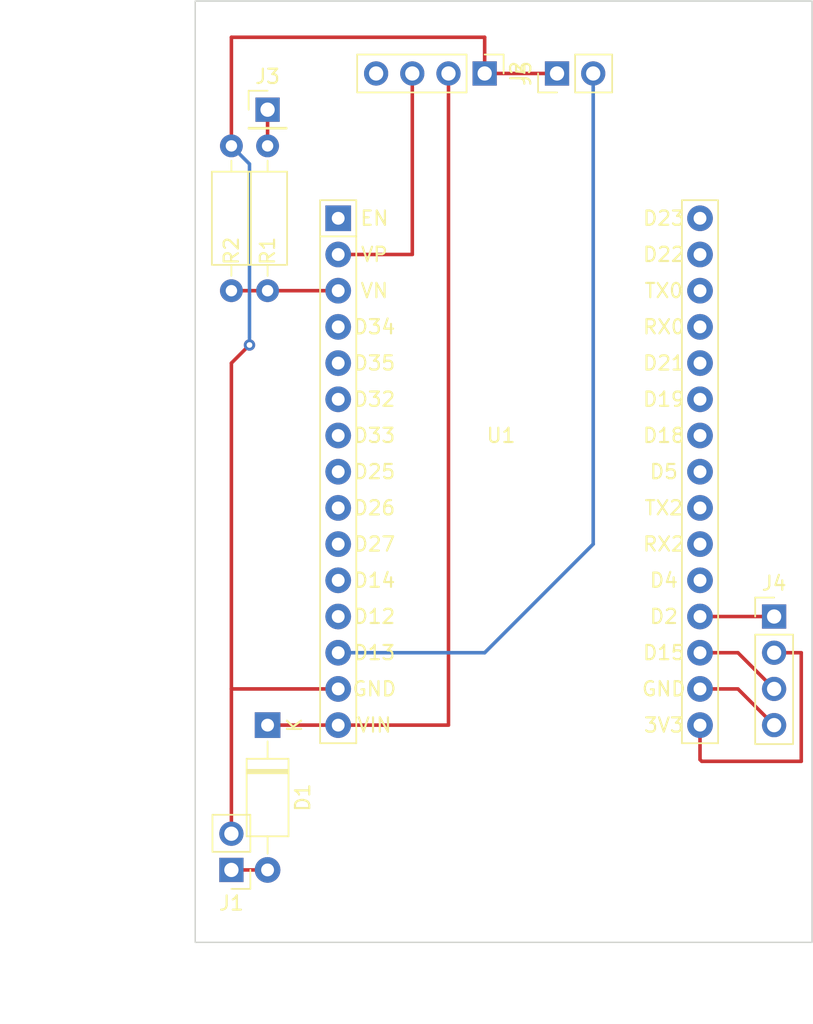
<source format=kicad_pcb>
(kicad_pcb (version 20211014) (generator pcbnew)
  (layers (0 "F.Cu" signal) (31 "B.Cu" signal) (34 "B.Paste" user) (35 "F.Paste" user) (36 "B.SilkS" user "B.Silkscreen") (37 "F.SilkS" user "F.Silkscreen") (38 "B.Mask" user) (39 "F.Mask" user) (44 "Edge.Cuts" user))
  (net 0 "")
  (net 1 "Net-(D1-Pad1)")
  (net 2 "Net-(D1-Pad2)")
  (net 3 "Net-(J1-Pad2)")
  (net 5 "Net-(J3-Pad1)")
  (net 6 "Net-(U1-Pad19)")
  (net 7 "Net-(U1-Pad16)")
  (net 8 "Net-(U1-Pad18)")
  (net 9 "Net-(J5-Pad2)")
  (net 10 "Net-(U1-Pad17)")
  (net 32 "Net-(J2-Pad3)")
  (net 33 "Net-(R1-Pad2)")
  (footprint "Resistor_THT:R_Axial_DIN0207_L6.3mm_D2.5mm_P10.16mm_Horizontal" (layer "F.Cu") (at 144.78 53.34 -90)
    (fp_text reference "R1" (at 7.366 0 90) (layer "F.SilkS"))
    (fp_text value "180K")
    (fp_line (start 8.35 -1.37) (end 1.81 -1.37) (layer "F.SilkS") (width 0.12))
    (fp_line (start 1.81 1.37) (end 8.35 1.37) (layer "F.SilkS") (width 0.12))
    (fp_line (start 1.04 0) (end 1.81 0) (layer "F.SilkS") (width 0.12))
    (fp_line (start 1.81 -1.37) (end 1.81 1.37) (layer "F.SilkS") (width 0.12))
    (fp_line (start 9.12 0) (end 8.35 0) (layer "F.SilkS") (width 0.12))
    (fp_line (start 8.35 1.37) (end 8.35 -1.37) (layer "F.SilkS") (width 0.12))
    (pad "1" thru_hole circle (at 0 0 270) (size 1.6 1.6) (drill 0.8) (layers *.Cu *.Mask) (net 5 "Net-(J3-Pad1)"))
    (pad "2" thru_hole oval (at 10.16 0 270) (size 1.6 1.6) (drill 0.8) (layers *.Cu *.Mask) (net 33 "Net-(R1-Pad2)"))
  )
  (footprint "Diode_THT:D_A-405_P10.16mm_Horizontal" (layer "F.Cu") (at 144.78 93.98 -90)
    (fp_text reference "D1" (at 5.08 -2.47 90) (layer "F.SilkS"))
    (fp_text value "D")
    (fp_text user "K" (at 0 -1.9 90) (layer "F.SilkS"))
    (fp_line (start 3.26 -1.47) (end 3.26 1.47) (layer "F.SilkS") (width 0.12))
    (fp_line (start 7.8 1.47) (end 7.8 -1.47) (layer "F.SilkS") (width 0.12))
    (fp_line (start 2.36 1.47) (end 7.8 1.47) (layer "F.SilkS") (width 0.12))
    (fp_line (start 7.8 -1.47) (end 2.36 -1.47) (layer "F.SilkS") (width 0.12))
    (fp_line (start 1.14 0) (end 2.36 0) (layer "F.SilkS") (width 0.12))
    (fp_line (start 3.14 -1.47) (end 3.14 1.47) (layer "F.SilkS") (width 0.12))
    (fp_line (start 2.36 -1.47) (end 2.36 1.47) (layer "F.SilkS") (width 0.12))
    (fp_line (start 3.38 -1.47) (end 3.38 1.47) (layer "F.SilkS") (width 0.12))
    (fp_line (start 9.02 0) (end 7.8 0) (layer "F.SilkS") (width 0.12))
    (pad "1" thru_hole rect (at 0 0 270) (size 1.8 1.8) (drill 0.9) (layers *.Cu *.Mask) (net 1 "Net-(D1-Pad1)"))
    (pad "2" thru_hole oval (at 10.16 0 270) (size 1.8 1.8) (drill 0.9) (layers *.Cu *.Mask) (net 2 "Net-(D1-Pad2)"))
  )
  (footprint "Node_mcu:NodeMCU_SBC" (layer "F.Cu") (at 149.7375 58.42)
    (fp_text reference "U1" (at 11.43 15.24) (layer "F.SilkS"))
    (fp_text value "NodeMCU_ESP32")
    (fp_text user "D26" (at 2.54 20.32) (layer "F.SilkS"))
    (fp_text user "EN" (at 2.54 0) (layer "F.SilkS"))
    (fp_text user "TX0" (at 22.86 5.08) (layer "F.SilkS"))
    (fp_text user "D2" (at 22.86 27.94) (layer "F.SilkS"))
    (fp_text user "VIN" (at 2.54 35.56) (layer "F.SilkS"))
    (fp_text user "TX2" (at 22.86 20.32) (layer "F.SilkS"))
    (fp_text user "D18" (at 22.86 15.24) (layer "F.SilkS"))
    (fp_text user "GND" (at 22.86 33.02) (layer "F.SilkS"))
    (fp_text user "D23" (at 22.86 0) (layer "F.SilkS"))
    (fp_text user "D25" (at 2.54 17.78) (layer "F.SilkS"))
    (fp_text user "D14" (at 2.54 25.4) (layer "F.SilkS"))
    (fp_text user "3V3" (at 22.86 35.56) (layer "F.SilkS"))
    (fp_text user "D19" (at 22.86 12.7) (layer "F.SilkS"))
    (fp_text user "D34" (at 2.54 7.62) (layer "F.SilkS"))
    (fp_text user "D35" (at 2.54 10.16) (layer "F.SilkS"))
    (fp_text user "D22" (at 22.86 2.54) (layer "F.SilkS"))
    (fp_text user "D21" (at 22.86 10.16) (layer "F.SilkS"))
    (fp_text user "RX2" (at 22.86 22.86) (layer "F.SilkS"))
    (fp_text user "D4" (at 22.86 25.4) (layer "F.SilkS"))
    (fp_text user "D12" (at 2.54 27.94) (layer "F.SilkS"))
    (fp_text user "D33" (at 2.54 15.24) (layer "F.SilkS"))
    (fp_text user "D32" (at 2.54 12.7) (layer "F.SilkS"))
    (fp_text user "D15" (at 22.86 30.48) (layer "F.SilkS"))
    (fp_text user "D5" (at 22.86 17.78) (layer "F.SilkS"))
    (fp_text user "GND" (at 2.54 33.02) (layer "F.SilkS"))
    (fp_text user "D13" (at 2.54 30.48) (layer "F.SilkS"))
    (fp_text user "VN" (at 2.54 5.08) (layer "F.SilkS"))
    (fp_text user "D27" (at 2.54 22.86) (layer "F.SilkS"))
    (fp_text user "RX0" (at 22.86 7.62) (layer "F.SilkS"))
    (fp_text user "VP" (at 2.54 2.54) (layer "F.SilkS"))
    (fp_line (start 24.13 -1.27) (end 24.13 36.83) (layer "F.SilkS") (width 0.12))
    (fp_line (start 1.27 36.83) (end 1.27 -1.27) (layer "F.SilkS") (width 0.12))
    (fp_line (start 24.13 36.83) (end 26.67 36.83) (layer "F.SilkS") (width 0.12))
    (fp_line (start -1.27 -1.27) (end -1.27 36.83) (layer "F.SilkS") (width 0.12))
    (fp_line (start 1.27 -1.27) (end -1.27 -1.27) (layer "F.SilkS") (width 0.12))
    (fp_line (start 26.67 36.83) (end 26.67 -1.27) (layer "F.SilkS") (width 0.12))
    (fp_line (start 1.27 1.27) (end -1.27 1.27) (layer "F.SilkS") (width 0.12))
    (fp_line (start -1.27 36.83) (end 1.27 36.83) (layer "F.SilkS") (width 0.12))
    (fp_line (start 26.67 -1.27) (end 24.13 -1.27) (layer "F.SilkS") (width 0.12))
    (pad "" np_thru_hole circle (at 25.3475 -4.25) (size 3.2 3.2) (drill 3.2) (layers *.Cu *.Mask))
    (pad "" np_thru_hole circle (at 25.3475 43.18) (size 3.2 3.2) (drill 3.2) (layers *.Cu *.Mask))
    (pad "" np_thru_hole circle (at 0.1125 43.18) (size 3.2 3.2) (drill 3.2) (layers *.Cu *.Mask))
    (pad "" np_thru_hole circle (at 0.0625 -4.25) (size 3.2 3.2) (drill 3.2) (layers *.Cu *.Mask))
    (pad "1" thru_hole rect (at 0 0) (size 1.8 1.8) (drill 0.9) (layers *.Cu *.Mask))
    (pad "2" thru_hole circle (at 0 2.54) (size 1.8 1.8) (drill 0.9) (layers *.Cu *.Mask) (net 32 "Net-(J2-Pad3)"))
    (pad "3" thru_hole circle (at 0 5.08) (size 1.8 1.8) (drill 0.9) (layers *.Cu *.Mask) (net 33 "Net-(R1-Pad2)"))
    (pad "4" thru_hole circle (at 0 7.62) (size 1.8 1.8) (drill 0.9) (layers *.Cu *.Mask))
    (pad "5" thru_hole circle (at 0 10.16) (size 1.8 1.8) (drill 0.9) (layers *.Cu *.Mask))
    (pad "6" thru_hole circle (at 0 12.7) (size 1.8 1.8) (drill 0.9) (layers *.Cu *.Mask))
    (pad "7" thru_hole circle (at 0 15.24) (size 1.8 1.8) (drill 0.9) (layers *.Cu *.Mask))
    (pad "8" thru_hole circle (at 0 17.78) (size 1.8 1.8) (drill 0.9) (layers *.Cu *.Mask))
    (pad "9" thru_hole circle (at 0 20.32) (size 1.8 1.8) (drill 0.9) (layers *.Cu *.Mask))
    (pad "10" thru_hole circle (at 0 22.86) (size 1.8 1.8) (drill 0.9) (layers *.Cu *.Mask))
    (pad "11" thru_hole circle (at 0 25.4) (size 1.8 1.8) (drill 0.9) (layers *.Cu *.Mask))
    (pad "12" thru_hole circle (at 0 27.94) (size 1.8 1.8) (drill 0.9) (layers *.Cu *.Mask))
    (pad "13" thru_hole circle (at 0 30.48) (size 1.8 1.8) (drill 0.9) (layers *.Cu *.Mask) (net 9 "Net-(J5-Pad2)"))
    (pad "14" thru_hole circle (at 0 33.02) (size 1.8 1.8) (drill 0.9) (layers *.Cu *.Mask) (net 3 "Net-(J1-Pad2)"))
    (pad "15" thru_hole circle (at 0 35.56) (size 1.8 1.8) (drill 0.9) (layers *.Cu *.Mask) (net 1 "Net-(D1-Pad1)"))
    (pad "16" thru_hole circle (at 25.4 35.56) (size 1.8 1.8) (drill 0.9) (layers *.Cu *.Mask) (net 7 "Net-(U1-Pad16)"))
    (pad "17" thru_hole circle (at 25.4 33.02) (size 1.8 1.8) (drill 0.9) (layers *.Cu *.Mask) (net 10 "Net-(U1-Pad17)"))
    (pad "18" thru_hole circle (at 25.4 30.48) (size 1.8 1.8) (drill 0.9) (layers *.Cu *.Mask) (net 8 "Net-(U1-Pad18)"))
    (pad "19" thru_hole circle (at 25.4 27.94) (size 1.8 1.8) (drill 0.9) (layers *.Cu *.Mask) (net 6 "Net-(U1-Pad19)"))
    (pad "20" thru_hole circle (at 25.4 25.4) (size 1.8 1.8) (drill 0.9) (layers *.Cu *.Mask))
    (pad "21" thru_hole circle (at 25.4 22.86) (size 1.8 1.8) (drill 0.9) (layers *.Cu *.Mask))
    (pad "22" thru_hole circle (at 25.4 20.32) (size 1.8 1.8) (drill 0.9) (layers *.Cu *.Mask))
    (pad "23" thru_hole circle (at 25.4 17.78) (size 1.8 1.8) (drill 0.9) (layers *.Cu *.Mask))
    (pad "24" thru_hole circle (at 25.4 15.24) (size 1.8 1.8) (drill 0.9) (layers *.Cu *.Mask))
    (pad "25" thru_hole circle (at 25.4 12.7) (size 1.8 1.8) (drill 0.9) (layers *.Cu *.Mask))
    (pad "26" thru_hole circle (at 25.4 10.16) (size 1.8 1.8) (drill 0.9) (layers *.Cu *.Mask))
    (pad "27" thru_hole circle (at 25.4 7.62) (size 1.8 1.8) (drill 0.9) (layers *.Cu *.Mask))
    (pad "28" thru_hole circle (at 25.4 5.08) (size 1.8 1.8) (drill 0.9) (layers *.Cu *.Mask))
    (pad "29" thru_hole circle (at 25.4 2.54) (size 1.8 1.8) (drill 0.9) (layers *.Cu *.Mask))
    (pad "30" thru_hole circle (at 25.4 0) (size 1.8 1.8) (drill 0.9) (layers *.Cu *.Mask))
  )
  (footprint "Resistor_THT:R_Axial_DIN0207_L6.3mm_D2.5mm_P10.16mm_Horizontal" (layer "F.Cu") (at 142.24 63.5 90)
    (fp_text reference "R2" (at 2.794 0 90) (layer "F.SilkS"))
    (fp_text value "12K")
    (fp_line (start 8.35 1.37) (end 8.35 -1.37) (layer "F.SilkS") (width 0.12))
    (fp_line (start 1.81 -1.37) (end 1.81 1.37) (layer "F.SilkS") (width 0.12))
    (fp_line (start 1.04 0) (end 1.81 0) (layer "F.SilkS") (width 0.12))
    (fp_line (start 8.35 -1.37) (end 1.81 -1.37) (layer "F.SilkS") (width 0.12))
    (fp_line (start 1.81 1.37) (end 8.35 1.37) (layer "F.SilkS") (width 0.12))
    (fp_line (start 9.12 0) (end 8.35 0) (layer "F.SilkS") (width 0.12))
    (pad "1" thru_hole circle (at 0 0 90) (size 1.6 1.6) (drill 0.8) (layers *.Cu *.Mask) (net 33 "Net-(R1-Pad2)"))
    (pad "2" thru_hole oval (at 10.16 0 90) (size 1.6 1.6) (drill 0.8) (layers *.Cu *.Mask) (net 3 "Net-(J1-Pad2)"))
  )
  (footprint "Connector_PinHeader_2.54mm:PinHeader_1x04_P2.54mm_Vertical" (layer "F.Cu") (at 180.34 86.36)
    (fp_text reference "J4" (at 0 -2.33) (layer "F.SilkS"))
    (fp_text value "Conn_I2C")
    (fp_line (start -1.33 1.27) (end -1.33 8.95) (layer "F.SilkS") (width 0.12))
    (fp_line (start -1.33 8.95) (end 1.33 8.95) (layer "F.SilkS") (width 0.12))
    (fp_line (start -1.33 0) (end -1.33 -1.33) (layer "F.SilkS") (width 0.12))
    (fp_line (start 1.33 1.27) (end 1.33 8.95) (layer "F.SilkS") (width 0.12))
    (fp_line (start -1.33 -1.33) (end 0 -1.33) (layer "F.SilkS") (width 0.12))
    (fp_line (start -1.33 1.27) (end 1.33 1.27) (layer "F.SilkS") (width 0.12))
    (pad "1" thru_hole rect (at 0 0) (size 1.7 1.7) (drill 1) (layers *.Cu *.Mask) (net 6 "Net-(U1-Pad19)"))
    (pad "2" thru_hole oval (at 0 2.54) (size 1.7 1.7) (drill 1) (layers *.Cu *.Mask) (net 7 "Net-(U1-Pad16)"))
    (pad "3" thru_hole oval (at 0 5.08) (size 1.7 1.7) (drill 1) (layers *.Cu *.Mask) (net 8 "Net-(U1-Pad18)"))
    (pad "4" thru_hole oval (at 0 7.62) (size 1.7 1.7) (drill 1) (layers *.Cu *.Mask) (net 10 "Net-(U1-Pad17)"))
  )
  (footprint "Connector_PinHeader_2.54mm:PinHeader_1x01_P2.54mm_Vertical" (layer "F.Cu") (at 144.78 50.8)
    (fp_text reference "J3" (at 0 -2.33) (layer "F.SilkS"))
    (fp_text value "Conn_battery")
    (fp_line (start -1.33 -1.33) (end 0 -1.33) (layer "F.SilkS") (width 0.12))
    (fp_line (start 1.33 1.27) (end 1.33 1.33) (layer "F.SilkS") (width 0.12))
    (fp_line (start -1.33 1.27) (end -1.33 1.33) (layer "F.SilkS") (width 0.12))
    (fp_line (start -1.33 1.33) (end 1.33 1.33) (layer "F.SilkS") (width 0.12))
    (fp_line (start -1.33 1.27) (end 1.33 1.27) (layer "F.SilkS") (width 0.12))
    (fp_line (start -1.33 0) (end -1.33 -1.33) (layer "F.SilkS") (width 0.12))
    (pad "1" thru_hole rect (at 0 0) (size 1.7 1.7) (drill 1) (layers *.Cu *.Mask) (net 5 "Net-(J3-Pad1)"))
  )
  (footprint "Connector_PinHeader_2.54mm:PinHeader_1x02_P2.54mm_Vertical" (layer "F.Cu") (at 142.24 104.14 180)
    (fp_text reference "J1" (at 0 -2.33) (layer "F.SilkS"))
    (fp_text value "Conn_alim")
    (fp_line (start -1.33 3.87) (end 1.33 3.87) (layer "F.SilkS") (width 0.12))
    (fp_line (start -1.33 1.27) (end -1.33 3.87) (layer "F.SilkS") (width 0.12))
    (fp_line (start -1.33 -1.33) (end 0 -1.33) (layer "F.SilkS") (width 0.12))
    (fp_line (start -1.33 1.27) (end 1.33 1.27) (layer "F.SilkS") (width 0.12))
    (fp_line (start 1.33 1.27) (end 1.33 3.87) (layer "F.SilkS") (width 0.12))
    (fp_line (start -1.33 0) (end -1.33 -1.33) (layer "F.SilkS") (width 0.12))
    (pad "1" thru_hole rect (at 0 0 180) (size 1.7 1.7) (drill 1) (layers *.Cu *.Mask) (net 2 "Net-(D1-Pad2)"))
    (pad "2" thru_hole oval (at 0 2.54 180) (size 1.7 1.7) (drill 1) (layers *.Cu *.Mask) (net 3 "Net-(J1-Pad2)"))
  )
  (footprint "Connector_PinHeader_2.54mm:PinHeader_1x02_P2.54mm_Vertical" (layer "F.Cu") (at 165.1 48.26 90)
    (fp_text reference "J5" (at 0 -2.33 90) (layer "F.SilkS"))
    (fp_text value "Conn_speed_sensor")
    (fp_line (start -1.33 0) (end -1.33 -1.33) (layer "F.SilkS") (width 0.12))
    (fp_line (start -1.33 1.27) (end 1.33 1.27) (layer "F.SilkS") (width 0.12))
    (fp_line (start -1.33 1.27) (end -1.33 3.87) (layer "F.SilkS") (width 0.12))
    (fp_line (start -1.33 -1.33) (end 0 -1.33) (layer "F.SilkS") (width 0.12))
    (fp_line (start 1.33 1.27) (end 1.33 3.87) (layer "F.SilkS") (width 0.12))
    (fp_line (start -1.33 3.87) (end 1.33 3.87) (layer "F.SilkS") (width 0.12))
    (pad "1" thru_hole rect (at 0 0 90) (size 1.7 1.7) (drill 1) (layers *.Cu *.Mask) (net 3 "Net-(J1-Pad2)"))
    (pad "2" thru_hole oval (at 0 2.54 90) (size 1.7 1.7) (drill 1) (layers *.Cu *.Mask) (net 9 "Net-(J5-Pad2)"))
  )
  (footprint "Connector_PinHeader_2.54mm:PinHeader_1x04_P2.54mm_Vertical" (layer "F.Cu") (at 160.02 48.26 -90)
    (fp_text reference "J2" (at 0 -2.33 90) (layer "F.SilkS"))
    (fp_text value "Conn_HSTS016L")
    (fp_line (start -1.33 0) (end -1.33 -1.33) (layer "F.SilkS") (width 0.12))
    (fp_line (start -1.33 -1.33) (end 0 -1.33) (layer "F.SilkS") (width 0.12))
    (fp_line (start -1.33 1.27) (end 1.33 1.27) (layer "F.SilkS") (width 0.12))
    (fp_line (start -1.33 1.27) (end -1.33 8.95) (layer "F.SilkS") (width 0.12))
    (fp_line (start 1.33 1.27) (end 1.33 8.95) (layer "F.SilkS") (width 0.12))
    (fp_line (start -1.33 8.95) (end 1.33 8.95) (layer "F.SilkS") (width 0.12))
    (pad "1" thru_hole rect (at 0 0 270) (size 1.7 1.7) (drill 1) (layers *.Cu *.Mask) (net 3 "Net-(J1-Pad2)"))
    (pad "2" thru_hole oval (at 0 2.54 270) (size 1.7 1.7) (drill 1) (layers *.Cu *.Mask) (net 1 "Net-(D1-Pad1)"))
    (pad "3" thru_hole oval (at 0 5.08 270) (size 1.7 1.7) (drill 1) (layers *.Cu *.Mask) (net 32 "Net-(J2-Pad3)"))
    (pad "4" thru_hole oval (at 0 7.62 270) (size 1.7 1.7) (drill 1) (layers *.Cu *.Mask))
  )
  (gr_rect (start 139.7 43.18) (end 183 109.22) (layer "Edge.Cuts") (width 0.1) (fill none))
  (segment (start 157.48 93.98) (end 157.48 48.26) (width 0.25) (layer "F.Cu") (net 1))
  (segment (start 144.78 93.98) (end 149.7375 93.98) (width 0.25) (layer "F.Cu") (net 1))
  (segment (start 149.7375 93.98) (end 157.48 93.98) (width 0.25) (layer "F.Cu") (net 1))
  (segment (start 142.24 104.14) (end 144.78 104.14) (width 0.25) (layer "F.Cu") (net 2))
  (segment (start 160.02 45.72) (end 160.02 48.26) (width 0.25) (layer "F.Cu") (net 3))
  (segment (start 142.24 91.44) (end 149.7375 91.44) (width 0.25) (layer "F.Cu") (net 3))
  (segment (start 142.24 53.34) (end 142.24 45.72) (width 0.25) (layer "F.Cu") (net 3))
  (segment (start 142.24 45.72) (end 160.02 45.72) (width 0.25) (layer "F.Cu") (net 3))
  (segment (start 160.02 48.26) (end 165.1 48.26) (width 0.25) (layer "F.Cu") (net 3))
  (segment (start 142.24 91.44) (end 142.24 68.58) (width 0.25) (layer "F.Cu") (net 3))
  (segment (start 142.24 101.6) (end 142.24 91.44) (width 0.25) (layer "F.Cu") (net 3))
  (segment (start 142.24 68.58) (end 143.51 67.31) (width 0.25) (layer "F.Cu") (net 3))
  (via (at 143.51 67.31) (size 0.8) (drill 0.4) (layers "F.Cu" "B.Cu") (net 3))
  (segment (start 143.51 54.61) (end 142.24 53.34) (width 0.25) (layer "B.Cu") (net 3))
  (segment (start 143.51 67.31) (end 143.51 54.61) (width 0.25) (layer "B.Cu") (net 3))
  (segment (start 144.78 50.8) (end 144.78 53.34) (width 0.25) (layer "F.Cu") (net 5))
  (segment (start 175.1375 86.36) (end 180.34 86.36) (width 0.25) (layer "F.Cu") (net 6))
  (segment (start 182.245 88.9) (end 180.34 88.9) (width 0.25) (layer "F.Cu") (net 7))
  (segment (start 182.245 96.52) (end 182.245 88.9) (width 0.25) (layer "F.Cu") (net 7))
  (segment (start 175.26 96.52) (end 175.1375 96.3975) (width 0.25) (layer "F.Cu") (net 7))
  (segment (start 175.26 96.52) (end 182.245 96.52) (width 0.25) (layer "F.Cu") (net 7))
  (segment (start 175.1375 96.3975) (end 175.1375 93.98) (width 0.25) (layer "F.Cu") (net 7))
  (segment (start 180.34 91.44) (end 177.8 88.9) (width 0.25) (layer "F.Cu") (net 8))
  (segment (start 177.8 88.9) (end 175.1375 88.9) (width 0.25) (layer "F.Cu") (net 8))
  (segment (start 160.02 88.9) (end 149.7375 88.9) (width 0.25) (layer "B.Cu") (net 9))
  (segment (start 167.64 81.28) (end 160.02 88.9) (width 0.25) (layer "B.Cu") (net 9))
  (segment (start 167.64 48.26) (end 167.64 81.28) (width 0.25) (layer "B.Cu") (net 9))
  (segment (start 180.34 93.98) (end 177.8 91.44) (width 0.25) (layer "F.Cu") (net 10))
  (segment (start 177.8 91.44) (end 175.1375 91.44) (width 0.25) (layer "F.Cu") (net 10))
  (segment (start 154.94 60.96) (end 149.7375 60.96) (width 0.25) (layer "F.Cu") (net 32))
  (segment (start 154.94 48.26) (end 154.94 60.96) (width 0.25) (layer "F.Cu") (net 32))
  (segment (start 144.78 63.5) (end 149.7375 63.5) (width 0.25) (layer "F.Cu") (net 33))
  (segment (start 144.78 63.5) (end 142.24 63.5) (width 0.25) (layer "F.Cu") (net 33))
)
</source>
